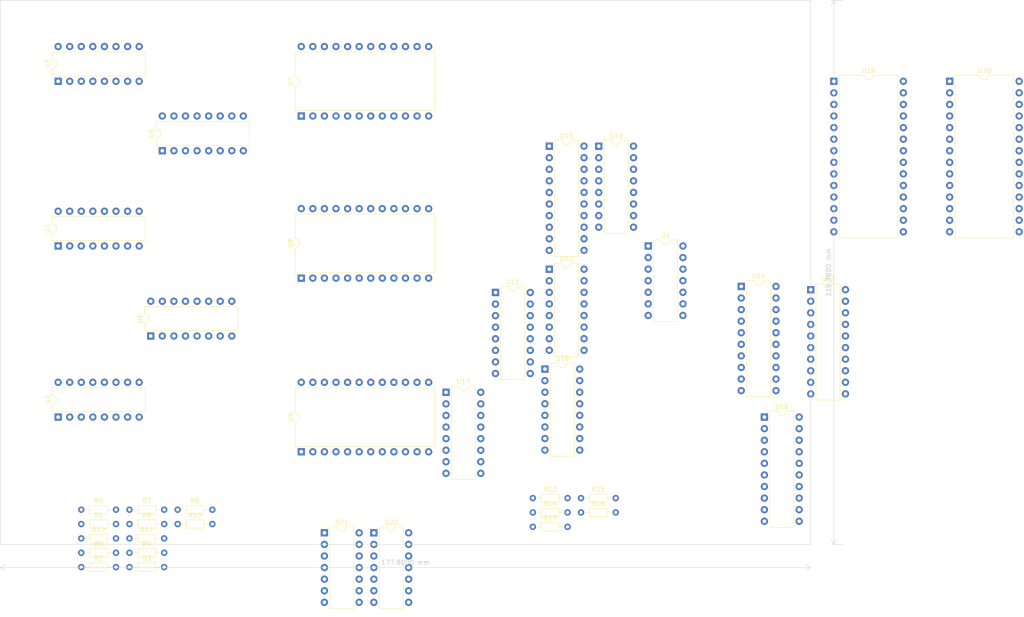
<source format=kicad_pcb>
(kicad_pcb (version 20211014) (generator pcbnew)
  (layers (0 "F.Cu" signal) (31 "B.Cu" signal) (34 "B.Paste" user) (35 "F.Paste" user) (36 "B.SilkS" user "B.Silkscreen") (37 "F.SilkS" user "F.Silkscreen") (38 "B.Mask" user) (39 "F.Mask" user) (44 "Edge.Cuts" user))
  (net 0 "")
  (net 1 "Net-(R1-Pad1)")
  (net 2 "GND")
  (net 3 "Net-(R2-Pad1)")
  (net 4 "Net-(R3-Pad1)")
  (net 5 "Net-(R4-Pad1)")
  (net 6 "Net-(R5-Pad1)")
  (net 7 "Net-(R6-Pad1)")
  (net 8 "Net-(R7-Pad1)")
  (net 9 "Net-(R8-Pad1)")
  (net 10 "Net-(R9-Pad1)")
  (net 11 "Net-(R10-Pad1)")
  (net 12 "Net-(R11-Pad1)")
  (net 13 "Net-(R12-Pad1)")
  (net 14 "+5V")
  (net 15 "/IBUS8")
  (net 16 "Net-(U12-Pad14)")
  (net 17 "/IBUS9")
  (net 19 "/IBUS10")
  (net 20 "Net-(U12-Pad13)")
  (net 21 "/IBUS11")
  (net 22 "Net-(U12-Pad12)")
  (net 25 "Net-(U5-Pad2)")
  (net 26 "Net-(U5-Pad5)")
  (net 27 "Net-(U5-Pad7)")
  (net 29 "Net-(U5-Pad10)")
  (net 30 "Net-(U5-Pad12)")
  (net 31 "Net-(U5-Pad15)")
  (net 33 "Net-(U6-Pad2)")
  (net 34 "Net-(U6-Pad5)")
  (net 35 "Net-(U6-Pad7)")
  (net 37 "Net-(U6-Pad10)")
  (net 38 "Net-(U6-Pad12)")
  (net 39 "Net-(U6-Pad15)")
  (net 40 "Net-(U7-Pad3)")
  (net 41 "Net-(U7-Pad4)")
  (net 42 "Net-(U7-Pad5)")
  (net 43 "Net-(U7-Pad6)")
  (net 45 "Net-(U7-Pad8)")
  (net 46 "Net-(U10-Pad3)")
  (net 47 "Net-(U10-Pad4)")
  (net 48 "Net-(U10-Pad5)")
  (net 49 "Net-(U10-Pad6)")
  (net 52 "Net-(U7-Pad16)")
  (net 54 "Net-(U11-Pad3)")
  (net 55 "Net-(U11-Pad4)")
  (net 56 "Net-(U11-Pad5)")
  (net 57 "Net-(U11-Pad6)")
  (net 60 "Net-(U8-Pad16)")
  (net 62 "Net-(U12-Pad3)")
  (net 63 "Net-(U12-Pad4)")
  (net 64 "Net-(U12-Pad5)")
  (net 65 "Net-(U12-Pad6)")
  (net 74 "Net-(U10-Pad12)")
  (net 75 "Net-(U10-Pad13)")
  (net 76 "Net-(U10-Pad14)")
  (net 77 "Net-(U10-Pad15)")
  (net 82 "Net-(U11-Pad13)")
  (net 83 "Net-(U11-Pad14)")
  (net 84 "Net-(U11-Pad15)")
  (net 90 "/IBUS7")
  (net 91 "/IBUS6")
  (net 92 "/IBUS5")
  (net 93 "/IBUS4")
  (net 94 "/IBUS3")
  (net 95 "/IBUS2")
  (net 96 "/IBUS1")
  (net 97 "/IBUS0")
  (net 100 "Net-(U14-Pad12)")
  (net 101 "Net-(U14-Pad14)")
  (net 102 "Net-(U14-Pad16)")
  (net 103 "Net-(U14-Pad18)")
  (net 106 "Net-(U15-Pad12)")
  (net 107 "Net-(U15-Pad14)")
  (net 108 "Net-(U15-Pad16)")
  (net 109 "Net-(U15-Pad18)")
  (net 112 "Net-(U16-Pad12)")
  (net 113 "Net-(U16-Pad14)")
  (net 114 "Net-(U16-Pad16)")
  (net 115 "Net-(U16-Pad18)")
  (net 181 "Net-(U13-Pad1)")
  (net 182 "Net-(U11-Pad2)")
  (net 183 "Net-(U12-Pad2)")
  (net 184 "Net-(U12-Pad7)")
  (net 186 "Net-(U21-Pad3)")
  (net 188 "Net-(U21-Pad9)")
  (net 193 "Net-(U18-Pad14)")
  (net 194 "Net-(U18-Pad4)")
  (net 195 "Net-(U18-Pad6)")
  (net 196 "Net-(U18-Pad13)")
  (net 197 "Net-(U18-Pad11)")
  (net 198 "Net-(U1-Pad4)")
  (net 199 "Net-(U1-Pad5)")
  (net 200 "Net-(U1-Pad11)")
  (net 201 "Net-(U1-Pad12)")
  (net 202 "Net-(U1-Pad13)")
  (net 203 "Net-(U1-Pad14)")
  (net 204 "Net-(U17-Pad9)")
  (net 207 "Net-(U21-Pad13)")
  (footprint "Package_DIP:DIP-16_W7.62mm" (layer "F.Cu") (at 60.96 48.26 90)
    (fp_text reference "U5")
    (fp_text value "74LS174")
  )
  (footprint "Resistor_THT:R_Axial_DIN0204_L3.6mm_D1.6mm_P7.62mm_Horizontal" (layer "F.Cu") (at 53.75 139.6)
    (fp_text reference "R3")
    (fp_text value "1 k")
  )
  (footprint "Resistor_THT:R_Axial_DIN0204_L3.6mm_D1.6mm_P7.62mm_Horizontal" (layer "F.Cu") (at 43.18 139.6)
    (fp_text reference "R2")
    (fp_text value "1 k")
  )
  (footprint "Package_DIP:DIP-16_W7.62mm" (layer "F.Cu") (at 38.1 106.68 90)
    (fp_text reference "U2")
    (fp_text value "74LS670")
  )
  (footprint "Package_DIP:DIP-14_W7.62mm" (layer "F.Cu") (at 167.55 69.15)
    (fp_text reference "U4")
    (fp_text value "74LS125")
  )
  (footprint "Package_DIP:DIP-20_W7.62mm" (layer "F.Cu") (at 145.85 47.25)
    (fp_text reference "U15")
    (fp_text value "74LS244")
  )
  (footprint "Package_DIP:DIP-16_W7.62mm" (layer "F.Cu") (at 134.05 79.35)
    (fp_text reference "U11")
    (fp_text value "74LS194")
  )
  (footprint "Package_DIP:DIP-16_W7.62mm" (layer "F.Cu") (at 156.7 47.25)
    (fp_text reference "U10")
    (fp_text value "74LS194")
  )
  (footprint "Package_DIP:DIP-16_W7.62mm" (layer "F.Cu") (at 123.2 101.25)
    (fp_text reference "U17")
    (fp_text value "74LS174")
  )
  (footprint "Resistor_THT:R_Axial_DIN0204_L3.6mm_D1.6mm_P7.62mm_Horizontal" (layer "F.Cu") (at 152.81 127.61)
    (fp_text reference "R16")
    (fp_text value "1 k")
  )
  (footprint "Resistor_THT:R_Axial_DIN0204_L3.6mm_D1.6mm_P7.62mm_Horizontal" (layer "F.Cu") (at 152.81 124.46)
    (fp_text reference "R15")
    (fp_text value "1 k")
  )
  (footprint "Package_DIP:DIP-16_W7.62mm" (layer "F.Cu") (at 38.1 69.15 90)
    (fp_text reference "U1")
    (fp_text value "74LS670")
  )
  (footprint "Resistor_THT:R_Axial_DIN0204_L3.6mm_D1.6mm_P7.62mm_Horizontal" (layer "F.Cu") (at 43.18 130.15)
    (fp_text reference "R1")
    (fp_text value "1 k")
  )
  (footprint "Resistor_THT:R_Axial_DIN0204_L3.6mm_D1.6mm_P7.62mm_Horizontal" (layer "F.Cu") (at 142.24 127.61)
    (fp_text reference "R14")
    (fp_text value "1 k")
  )
  (footprint "Package_DIP:DIP-16_W7.62mm" (layer "F.Cu") (at 144.9 96.15)
    (fp_text reference "U18")
    (fp_text value "74LS174")
  )
  (footprint "Package_DIP:DIP-20_W7.62mm" (layer "F.Cu") (at 187.96 78.025)
    (fp_text reference "U14")
    (fp_text value "74LS244")
  )
  (footprint "Resistor_THT:R_Axial_DIN0204_L3.6mm_D1.6mm_P7.62mm_Horizontal" (layer "F.Cu") (at 43.18 136.45)
    (fp_text reference "R5")
    (fp_text value "1 k")
  )
  (footprint "Package_DIP:DIP-24_W15.24mm" (layer "F.Cu") (at 91.44 40.64 90)
    (fp_text reference "U7")
    (fp_text value "74LS181")
  )
  (footprint "Package_DIP:DIP-16_W7.62mm" (layer "F.Cu") (at 58.42 88.9 90)
    (fp_text reference "U6")
    (fp_text value "74LS174")
  )
  (footprint "Resistor_THT:R_Axial_DIN0204_L3.6mm_D1.6mm_P7.62mm_Horizontal" (layer "F.Cu") (at 142.24 124.46)
    (fp_text reference "R13")
    (fp_text value "1 k")
  )
  (footprint "Package_DIP:DIP-20_W7.62mm" (layer "F.Cu") (at 203.2 78.74)
    (fp_text reference "U13")
    (fp_text value "74LS541")
  )
  (footprint "Resistor_THT:R_Axial_DIN0204_L3.6mm_D1.6mm_P7.62mm_Horizontal" (layer "F.Cu") (at 43.18 127)
    (fp_text reference "R9")
    (fp_text value "1 k")
  )
  (footprint "Resistor_THT:R_Axial_DIN0204_L3.6mm_D1.6mm_P7.62mm_Horizontal" (layer "F.Cu") (at 53.75 127)
    (fp_text reference "R7")
    (fp_text value "1 k")
  )
  (footprint "Resistor_THT:R_Axial_DIN0204_L3.6mm_D1.6mm_P7.62mm_Horizontal" (layer "F.Cu") (at 64.32 130.15)
    (fp_text reference "R10")
    (fp_text value "1 k")
  )
  (footprint "Resistor_THT:R_Axial_DIN0204_L3.6mm_D1.6mm_P7.62mm_Horizontal" (layer "F.Cu") (at 53.75 136.45)
    (fp_text reference "R4")
    (fp_text value "1 k")
  )
  (footprint "Resistor_THT:R_Axial_DIN0204_L3.6mm_D1.6mm_P7.62mm_Horizontal" (layer "F.Cu") (at 53.75 133.3)
    (fp_text reference "R11")
    (fp_text value "1 k")
  )
  (footprint "Package_DIP:DIP-28_W15.24mm" (layer "F.Cu") (at 208.28 33.02)
    (fp_text reference "U19")
    (fp_text value "CY62256-70PC")
  )
  (footprint "Package_DIP:DIP-24_W15.24mm" (layer "F.Cu") (at 91.44 114.3 90)
    (fp_text reference "U9")
    (fp_text value "74LS181")
  )
  (footprint "Package_DIP:DIP-16_W7.62mm" (layer "F.Cu") (at 145.85 74.25)
    (fp_text reference "U12")
    (fp_text value "74LS194")
  )
  (footprint "Package_DIP:DIP-20_W7.62mm" (layer "F.Cu") (at 193.04 106.68)
    (fp_text reference "U16")
    (fp_text value "74LS244")
  )
  (footprint "Resistor_THT:R_Axial_DIN0204_L3.6mm_D1.6mm_P7.62mm_Horizontal" (layer "F.Cu") (at 43.18 133.3)
    (fp_text reference "R12")
    (fp_text value "1 k")
  )
  (footprint "Resistor_THT:R_Axial_DIN0204_L3.6mm_D1.6mm_P7.62mm_Horizontal" (layer "F.Cu") (at 64.32 127)
    (fp_text reference "R6")
    (fp_text value "1 k")
  )
  (footprint "Package_DIP:DIP-24_W15.24mm" (layer "F.Cu") (at 91.44 76.2 90)
    (fp_text reference "U8")
    (fp_text value "74LS181")
  )
  (footprint "Package_DIP:DIP-14_W7.62mm" (layer "F.Cu") (at 96.52 132.08)
    (fp_text reference "U21")
    (fp_text value "74LS125")
  )
  (footprint "Package_DIP:DIP-14_W7.62mm" (layer "F.Cu") (at 107.37 132.08)
    (fp_text reference "U22")
    (fp_text value "74LS74")
  )
  (footprint "Resistor_THT:R_Axial_DIN0204_L3.6mm_D1.6mm_P7.62mm_Horizontal" (layer "F.Cu") (at 53.75 130.15)
    (fp_text reference "R8")
    (fp_text value "1 k")
  )
  (footprint "Resistor_THT:R_Axial_DIN0204_L3.6mm_D1.6mm_P7.62mm_Horizontal" (layer "F.Cu") (at 142.24 130.76)
    (fp_text reference "R17")
    (fp_text value "1 k")
  )
  (footprint "Package_DIP:DIP-28_W15.24mm" (layer "F.Cu") (at 233.68 33.02)
    (fp_text reference "U20")
    (fp_text value "CY62256-70PC")
  )
  (footprint "Package_DIP:DIP-16_W7.62mm" (layer "F.Cu") (at 38.1 33.02 90)
    (fp_text reference "U3")
    (fp_text value "74LS670")
  )
  (gr_poly (pts (xy 203.2 134.62) (xy 25.4 134.62) (xy 25.4 15.24) (xy 203.2 15.24)) (layer "Edge.Cuts") (width 0.1) (fill none))
  (dimension (type aligned) (layer "Edge.Cuts") (pts (xy 25.4 139.7) (xy 203.2 139.705)) (height 0) (gr_text "177,8000 mm" (at 114.300032 138.5525 359.9983888) (layer "Edge.Cuts") (effects (font (size 1 1) (thickness 0.15)))) (format (units 3) (units_format 1) (precision 4)) (style (thickness 0.1) (arrow_length 1.27) (text_position_mode 0) (extension_height 0.58642) (extension_offset 0.5) keep_text_aligned))
  (dimension (type aligned) (layer "Edge.Cuts") (pts (xy 210.82 15.24) (xy 210.82 134.62)) (height 2.54) (gr_text "119,3800 mm" (at 207.13 74.93 90) (layer "Edge.Cuts") (effects (font (size 1 1) (thickness 0.15)))) (format (units 3) (units_format 1) (precision 4)) (style (thickness 0.1) (arrow_length 1.27) (text_position_mode 0) (extension_height 0.58642) (extension_offset 0.5) keep_text_aligned))
)
</source>
